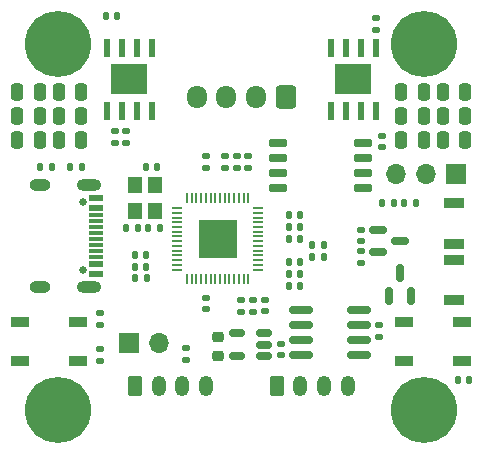
<source format=gbr>
%TF.GenerationSoftware,KiCad,Pcbnew,9.0.0*%
%TF.CreationDate,2025-02-22T01:50:20-08:00*%
%TF.ProjectId,Integrated FOC Stepper Driver,496e7465-6772-4617-9465-6420464f4320,rev?*%
%TF.SameCoordinates,Original*%
%TF.FileFunction,Soldermask,Top*%
%TF.FilePolarity,Negative*%
%FSLAX46Y46*%
G04 Gerber Fmt 4.6, Leading zero omitted, Abs format (unit mm)*
G04 Created by KiCad (PCBNEW 9.0.0) date 2025-02-22 01:50:20*
%MOMM*%
%LPD*%
G01*
G04 APERTURE LIST*
G04 Aperture macros list*
%AMRoundRect*
0 Rectangle with rounded corners*
0 $1 Rounding radius*
0 $2 $3 $4 $5 $6 $7 $8 $9 X,Y pos of 4 corners*
0 Add a 4 corners polygon primitive as box body*
4,1,4,$2,$3,$4,$5,$6,$7,$8,$9,$2,$3,0*
0 Add four circle primitives for the rounded corners*
1,1,$1+$1,$2,$3*
1,1,$1+$1,$4,$5*
1,1,$1+$1,$6,$7*
1,1,$1+$1,$8,$9*
0 Add four rect primitives between the rounded corners*
20,1,$1+$1,$2,$3,$4,$5,0*
20,1,$1+$1,$4,$5,$6,$7,0*
20,1,$1+$1,$6,$7,$8,$9,0*
20,1,$1+$1,$8,$9,$2,$3,0*%
G04 Aperture macros list end*
%ADD10C,5.600000*%
%ADD11RoundRect,0.135000X0.135000X0.185000X-0.135000X0.185000X-0.135000X-0.185000X0.135000X-0.185000X0*%
%ADD12RoundRect,0.250000X0.250000X0.475000X-0.250000X0.475000X-0.250000X-0.475000X0.250000X-0.475000X0*%
%ADD13RoundRect,0.250000X-0.250000X-0.475000X0.250000X-0.475000X0.250000X0.475000X-0.250000X0.475000X0*%
%ADD14RoundRect,0.135000X0.185000X-0.135000X0.185000X0.135000X-0.185000X0.135000X-0.185000X-0.135000X0*%
%ADD15R,1.700000X1.700000*%
%ADD16O,1.700000X1.700000*%
%ADD17RoundRect,0.140000X-0.170000X0.140000X-0.170000X-0.140000X0.170000X-0.140000X0.170000X0.140000X0*%
%ADD18RoundRect,0.090000X0.660000X0.360000X-0.660000X0.360000X-0.660000X-0.360000X0.660000X-0.360000X0*%
%ADD19RoundRect,0.140000X-0.140000X-0.170000X0.140000X-0.170000X0.140000X0.170000X-0.140000X0.170000X0*%
%ADD20RoundRect,0.050000X-0.050000X0.387500X-0.050000X-0.387500X0.050000X-0.387500X0.050000X0.387500X0*%
%ADD21RoundRect,0.050000X-0.387500X0.050000X-0.387500X-0.050000X0.387500X-0.050000X0.387500X0.050000X0*%
%ADD22R,3.200000X3.200000*%
%ADD23R,1.700000X0.900000*%
%ADD24RoundRect,0.150000X0.825000X0.150000X-0.825000X0.150000X-0.825000X-0.150000X0.825000X-0.150000X0*%
%ADD25RoundRect,0.140000X0.140000X0.170000X-0.140000X0.170000X-0.140000X-0.170000X0.140000X-0.170000X0*%
%ADD26RoundRect,0.140000X0.170000X-0.140000X0.170000X0.140000X-0.170000X0.140000X-0.170000X-0.140000X0*%
%ADD27RoundRect,0.135000X-0.135000X-0.185000X0.135000X-0.185000X0.135000X0.185000X-0.135000X0.185000X0*%
%ADD28C,0.650000*%
%ADD29R,1.240000X0.600000*%
%ADD30R,1.240000X0.300000*%
%ADD31O,2.100000X1.000000*%
%ADD32O,1.800000X1.000000*%
%ADD33R,3.100000X2.600000*%
%ADD34R,0.600000X1.550000*%
%ADD35RoundRect,0.250000X-0.350000X-0.625000X0.350000X-0.625000X0.350000X0.625000X-0.350000X0.625000X0*%
%ADD36O,1.200000X1.750000*%
%ADD37R,1.200000X1.400000*%
%ADD38RoundRect,0.135000X-0.185000X0.135000X-0.185000X-0.135000X0.185000X-0.135000X0.185000X0.135000X0*%
%ADD39RoundRect,0.150000X0.150000X-0.587500X0.150000X0.587500X-0.150000X0.587500X-0.150000X-0.587500X0*%
%ADD40RoundRect,0.225000X0.250000X-0.225000X0.250000X0.225000X-0.250000X0.225000X-0.250000X-0.225000X0*%
%ADD41RoundRect,0.150000X-0.587500X-0.150000X0.587500X-0.150000X0.587500X0.150000X-0.587500X0.150000X0*%
%ADD42RoundRect,0.150000X0.512500X0.150000X-0.512500X0.150000X-0.512500X-0.150000X0.512500X-0.150000X0*%
%ADD43RoundRect,0.250000X0.600000X0.725000X-0.600000X0.725000X-0.600000X-0.725000X0.600000X-0.725000X0*%
%ADD44O,1.700000X1.950000*%
%ADD45RoundRect,0.150000X-0.650000X-0.150000X0.650000X-0.150000X0.650000X0.150000X-0.650000X0.150000X0*%
G04 APERTURE END LIST*
D10*
%TO.C,H4*%
X34500000Y-65500000D03*
%TD*%
D11*
%TO.C,R1*%
X57010000Y-51500000D03*
X55990000Y-51500000D03*
%TD*%
D12*
%TO.C,C21*%
X68950000Y-42600000D03*
X67050000Y-42600000D03*
%TD*%
D13*
%TO.C,C15*%
X63550000Y-42600000D03*
X65450000Y-42600000D03*
%TD*%
D14*
%TO.C,R10*%
X45325000Y-61220000D03*
X45325000Y-60200000D03*
%TD*%
%TO.C,R11*%
X51000000Y-57160000D03*
X51000000Y-56140000D03*
%TD*%
D11*
%TO.C,R8*%
X62910000Y-48000000D03*
X61890000Y-48000000D03*
%TD*%
D15*
%TO.C,J5*%
X40500000Y-59850000D03*
D16*
X43040000Y-59850000D03*
%TD*%
D17*
%TO.C,C9*%
X61700000Y-58320000D03*
X61700000Y-59280000D03*
%TD*%
D13*
%TO.C,C20*%
X31050000Y-40600000D03*
X32950000Y-40600000D03*
%TD*%
D12*
%TO.C,C16*%
X36450000Y-42600000D03*
X34550000Y-42600000D03*
%TD*%
%TO.C,C19*%
X68950000Y-40600000D03*
X67050000Y-40600000D03*
%TD*%
D18*
%TO.C,D1*%
X36200000Y-61300000D03*
X36200000Y-58000000D03*
X31300000Y-58000000D03*
X31300000Y-61300000D03*
%TD*%
D12*
%TO.C,C17*%
X68950000Y-38600000D03*
X67050000Y-38600000D03*
%TD*%
D19*
%TO.C,C34*%
X54020000Y-50000000D03*
X54980000Y-50000000D03*
%TD*%
%TO.C,C37*%
X54020000Y-53000000D03*
X54980000Y-53000000D03*
%TD*%
%TO.C,C27*%
X54020000Y-49000000D03*
X54980000Y-49000000D03*
%TD*%
D12*
%TO.C,C12*%
X36450000Y-38600000D03*
X34550000Y-38600000D03*
%TD*%
D20*
%TO.C,U1*%
X50600000Y-47562500D03*
X50200000Y-47562500D03*
X49800000Y-47562500D03*
X49400000Y-47562500D03*
X49000000Y-47562500D03*
X48600000Y-47562500D03*
X48200000Y-47562500D03*
X47800000Y-47562500D03*
X47400000Y-47562500D03*
X47000000Y-47562500D03*
X46600000Y-47562500D03*
X46200000Y-47562500D03*
X45800000Y-47562500D03*
X45400000Y-47562500D03*
D21*
X44562500Y-48400000D03*
X44562500Y-48800000D03*
X44562500Y-49200000D03*
X44562500Y-49600000D03*
X44562500Y-50000000D03*
X44562500Y-50400000D03*
X44562500Y-50800000D03*
X44562500Y-51200000D03*
X44562500Y-51600000D03*
X44562500Y-52000000D03*
X44562500Y-52400000D03*
X44562500Y-52800000D03*
X44562500Y-53200000D03*
X44562500Y-53600000D03*
D20*
X45400000Y-54437500D03*
X45800000Y-54437500D03*
X46200000Y-54437500D03*
X46600000Y-54437500D03*
X47000000Y-54437500D03*
X47400000Y-54437500D03*
X47800000Y-54437500D03*
X48200000Y-54437500D03*
X48600000Y-54437500D03*
X49000000Y-54437500D03*
X49400000Y-54437500D03*
X49800000Y-54437500D03*
X50200000Y-54437500D03*
X50600000Y-54437500D03*
D21*
X51437500Y-53600000D03*
X51437500Y-53200000D03*
X51437500Y-52800000D03*
X51437500Y-52400000D03*
X51437500Y-52000000D03*
X51437500Y-51600000D03*
X51437500Y-51200000D03*
X51437500Y-50800000D03*
X51437500Y-50400000D03*
X51437500Y-50000000D03*
X51437500Y-49600000D03*
X51437500Y-49200000D03*
X51437500Y-48800000D03*
X51437500Y-48400000D03*
D22*
X48000000Y-51000000D03*
%TD*%
D12*
%TO.C,C14*%
X36450000Y-40600000D03*
X34550000Y-40600000D03*
%TD*%
D15*
%TO.C,J2*%
X68210000Y-45500000D03*
D16*
X65670000Y-45500000D03*
X63130000Y-45500000D03*
%TD*%
D23*
%TO.C,SW1*%
X68000000Y-56200000D03*
X68000000Y-52800000D03*
%TD*%
D13*
%TO.C,C22*%
X31050000Y-42600000D03*
X32950000Y-42600000D03*
%TD*%
D24*
%TO.C,U5*%
X59975000Y-60855000D03*
X59975000Y-59585000D03*
X59975000Y-58315000D03*
X59975000Y-57045000D03*
X55025000Y-57045000D03*
X55025000Y-58315000D03*
X55025000Y-59585000D03*
X55025000Y-60855000D03*
%TD*%
D25*
%TO.C,C24*%
X39510000Y-32160000D03*
X38550000Y-32160000D03*
%TD*%
D26*
%TO.C,C33*%
X50600000Y-44980000D03*
X50600000Y-44020000D03*
%TD*%
D27*
%TO.C,R5*%
X35490000Y-44875000D03*
X36510000Y-44875000D03*
%TD*%
D13*
%TO.C,C11*%
X63550000Y-38600000D03*
X65450000Y-38600000D03*
%TD*%
D28*
%TO.C,J1*%
X36605000Y-47860000D03*
X36605000Y-53640000D03*
D29*
X37725000Y-47550000D03*
X37725000Y-48350000D03*
D30*
X37725000Y-49500000D03*
X37725000Y-50500000D03*
X37725000Y-51000000D03*
X37725000Y-52000000D03*
D29*
X37725000Y-53150000D03*
X37725000Y-53950000D03*
X37725000Y-53950000D03*
X37725000Y-53150000D03*
D30*
X37725000Y-52500000D03*
X37725000Y-51500000D03*
X37725000Y-50000000D03*
X37725000Y-49000000D03*
D29*
X37725000Y-48350000D03*
X37725000Y-47550000D03*
D31*
X37125000Y-46430000D03*
D32*
X32925000Y-46430000D03*
D31*
X37125000Y-55070000D03*
D32*
X32925000Y-55070000D03*
%TD*%
D17*
%TO.C,C3*%
X61875000Y-42295000D03*
X61875000Y-43255000D03*
%TD*%
D33*
%TO.C,U6*%
X59500000Y-37500000D03*
D34*
X57595000Y-40200000D03*
X58865000Y-40200000D03*
X60135000Y-40200000D03*
X61405000Y-40200000D03*
X61405000Y-34800000D03*
X60135000Y-34800000D03*
X58865000Y-34800000D03*
X57595000Y-34800000D03*
%TD*%
D19*
%TO.C,C35*%
X54020000Y-51000000D03*
X54980000Y-51000000D03*
%TD*%
%TO.C,C2*%
X40265000Y-50100000D03*
X41225000Y-50100000D03*
%TD*%
D10*
%TO.C,H2*%
X65500000Y-34500000D03*
%TD*%
D17*
%TO.C,C29*%
X52000000Y-56170000D03*
X52000000Y-57130000D03*
%TD*%
D19*
%TO.C,C1*%
X41920000Y-44950000D03*
X42880000Y-44950000D03*
%TD*%
D26*
%TO.C,C23*%
X61410000Y-33290000D03*
X61410000Y-32330000D03*
%TD*%
D35*
%TO.C,J4*%
X53000000Y-63500000D03*
D36*
X55000000Y-63500000D03*
X57000000Y-63500000D03*
X59000000Y-63500000D03*
%TD*%
D37*
%TO.C,Y1*%
X40975000Y-46425000D03*
X40975000Y-48625000D03*
X42675000Y-48625000D03*
X42675000Y-46425000D03*
%TD*%
D33*
%TO.C,U7*%
X40500000Y-37500000D03*
D34*
X38595000Y-40200000D03*
X39865000Y-40200000D03*
X41135000Y-40200000D03*
X42405000Y-40200000D03*
X42405000Y-34800000D03*
X41135000Y-34800000D03*
X39865000Y-34800000D03*
X38595000Y-34800000D03*
%TD*%
D19*
%TO.C,C36*%
X54020000Y-54000000D03*
X54980000Y-54000000D03*
%TD*%
D17*
%TO.C,C30*%
X47000000Y-56020000D03*
X47000000Y-56980000D03*
%TD*%
D25*
%TO.C,C31*%
X41955000Y-52350000D03*
X40995000Y-52350000D03*
%TD*%
D38*
%TO.C,R12*%
X50000000Y-56140000D03*
X50000000Y-57160000D03*
%TD*%
D14*
%TO.C,R16*%
X48600000Y-45010000D03*
X48600000Y-43990000D03*
%TD*%
D27*
%TO.C,R2*%
X55990000Y-52500000D03*
X57010000Y-52500000D03*
%TD*%
D39*
%TO.C,D2*%
X62500000Y-55800000D03*
X64400000Y-55800000D03*
X63450000Y-53925000D03*
%TD*%
D40*
%TO.C,C6*%
X48000000Y-60900000D03*
X48000000Y-59350000D03*
%TD*%
D11*
%TO.C,R7*%
X64810000Y-48000000D03*
X63790000Y-48000000D03*
%TD*%
D14*
%TO.C,R15*%
X49600000Y-45010000D03*
X49600000Y-43990000D03*
%TD*%
D25*
%TO.C,C26*%
X41955000Y-53350000D03*
X40995000Y-53350000D03*
%TD*%
D26*
%TO.C,C4*%
X53325000Y-60875000D03*
X53325000Y-59915000D03*
%TD*%
D38*
%TO.C,R14*%
X39300000Y-41855000D03*
X39300000Y-42875000D03*
%TD*%
D35*
%TO.C,J3*%
X41000000Y-63500000D03*
D36*
X43000000Y-63500000D03*
X45000000Y-63500000D03*
X47000000Y-63500000D03*
%TD*%
D25*
%TO.C,C10*%
X69285000Y-62925000D03*
X68325000Y-62925000D03*
%TD*%
D41*
%TO.C,U4*%
X61575000Y-50250000D03*
X61575000Y-52150000D03*
X63450000Y-51200000D03*
%TD*%
D26*
%TO.C,C32*%
X47000000Y-44980000D03*
X47000000Y-44020000D03*
%TD*%
D10*
%TO.C,H3*%
X65500000Y-65500000D03*
%TD*%
D13*
%TO.C,C18*%
X31050000Y-38600000D03*
X32950000Y-38600000D03*
%TD*%
D14*
%TO.C,R9*%
X38000000Y-58320000D03*
X38000000Y-57300000D03*
%TD*%
D38*
%TO.C,R13*%
X40250000Y-41840000D03*
X40250000Y-42860000D03*
%TD*%
D13*
%TO.C,C13*%
X63550000Y-40600000D03*
X65450000Y-40600000D03*
%TD*%
D26*
%TO.C,C5*%
X60125000Y-51205000D03*
X60125000Y-50245000D03*
%TD*%
D42*
%TO.C,U3*%
X51937500Y-60900000D03*
X51937500Y-59950000D03*
X51937500Y-59000000D03*
X49662500Y-59000000D03*
X49662500Y-60900000D03*
%TD*%
D27*
%TO.C,R4*%
X40965000Y-54350000D03*
X41985000Y-54350000D03*
%TD*%
D17*
%TO.C,C7*%
X60125000Y-52070000D03*
X60125000Y-53030000D03*
%TD*%
D43*
%TO.C,J6*%
X53750000Y-39000000D03*
D44*
X51250000Y-39000000D03*
X48750000Y-39000000D03*
X46250000Y-39000000D03*
%TD*%
D26*
%TO.C,C8*%
X38000000Y-61305000D03*
X38000000Y-60345000D03*
%TD*%
D27*
%TO.C,R3*%
X42095000Y-50100000D03*
X43115000Y-50100000D03*
%TD*%
D18*
%TO.C,D3*%
X68700000Y-61300000D03*
X68700000Y-58000000D03*
X63800000Y-58000000D03*
X63800000Y-61300000D03*
%TD*%
D23*
%TO.C,SW2*%
X68000000Y-51400000D03*
X68000000Y-48000000D03*
%TD*%
D10*
%TO.C,H1*%
X34500000Y-34500000D03*
%TD*%
D45*
%TO.C,U2*%
X53070000Y-42875000D03*
X53070000Y-44145000D03*
X53070000Y-45415000D03*
X53070000Y-46685000D03*
X60270000Y-46685000D03*
X60270000Y-45415000D03*
X60270000Y-44145000D03*
X60270000Y-42875000D03*
%TD*%
D11*
%TO.C,R6*%
X34010000Y-44875000D03*
X32990000Y-44875000D03*
%TD*%
D19*
%TO.C,C28*%
X54020000Y-55000000D03*
X54980000Y-55000000D03*
%TD*%
M02*

</source>
